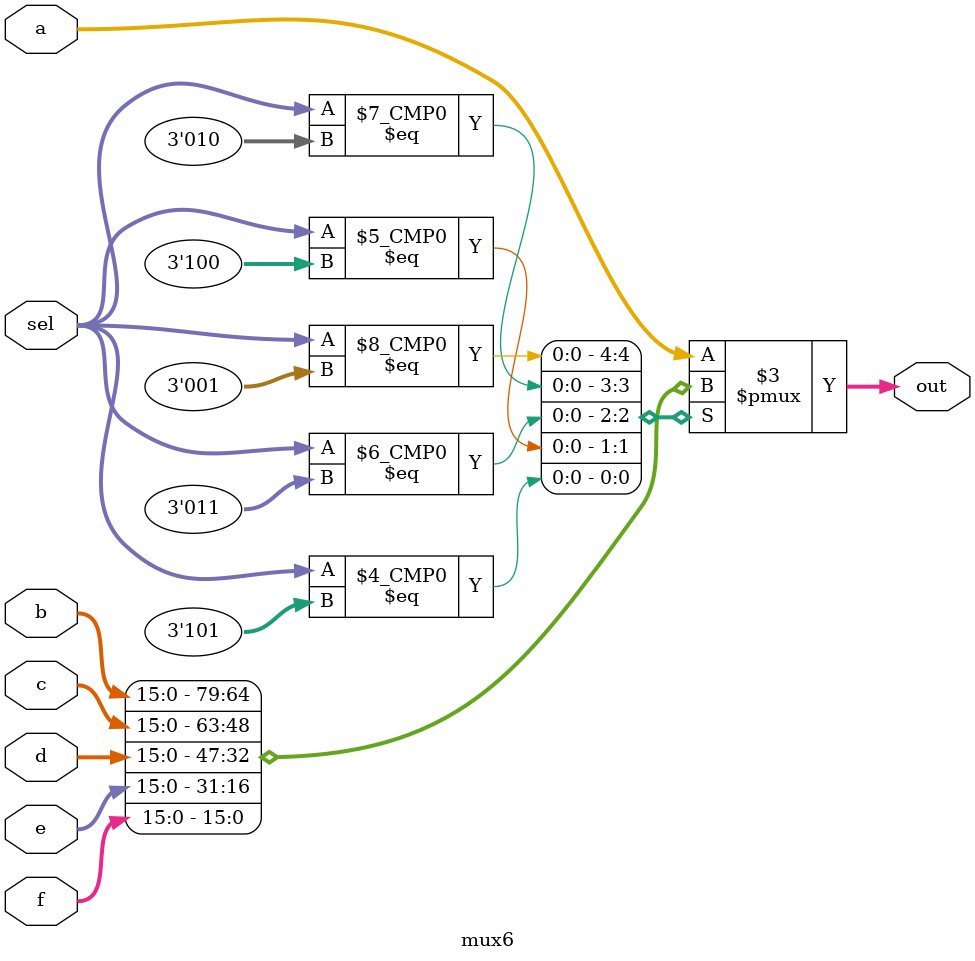
<source format=sv>
module mux6 #(parameter width = 16)
(
	input [2:0] sel,
	input [width-1 : 0] a,
	input [width-1 : 0] b,
	input [width-1 : 0] c,
	input [width-1 : 0] d,
	input [width-1 : 0] e,
	input [width-1 : 0] f,
	output logic [width-1 : 0] out
);

always_comb
begin
	case (sel)
		3'b000 : out = a;
		3'b001 : out = b;
		3'b010 : out = c;
		3'b011 : out = d;
		3'b100 : out = e;
		3'b101 : out = f;
		default : out = a;
	endcase
end

endmodule : mux6
</source>
